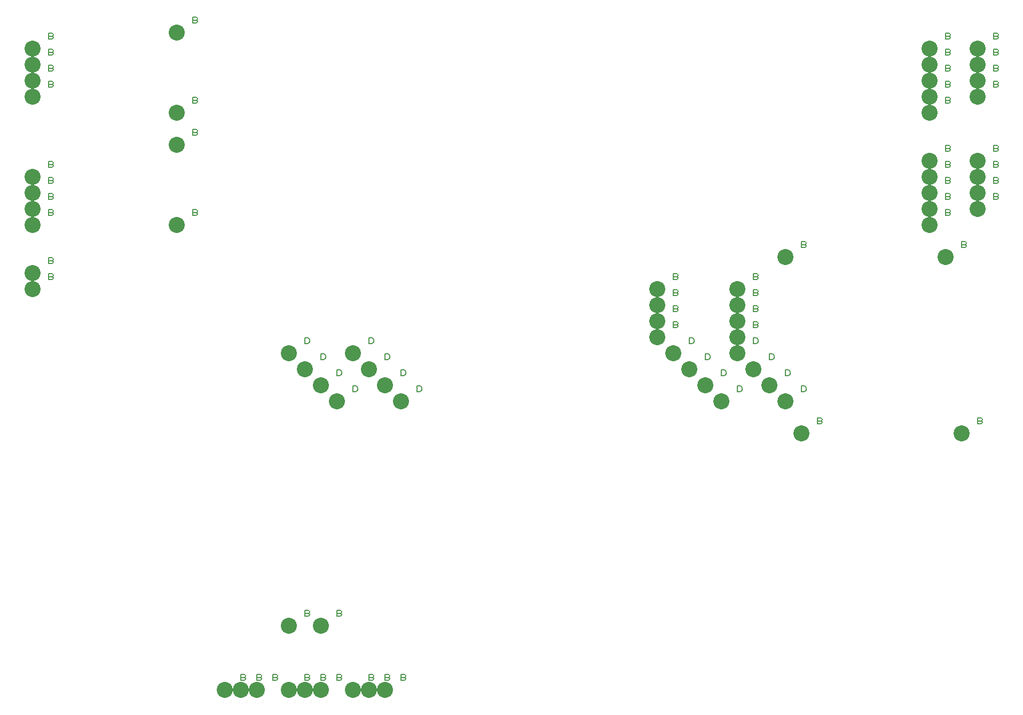
<source format=gbr>
G04 DesignSpark PCB Gerber Version 12.0 Build 5941*
G04 #@! TF.Part,Single*
G04 #@! TF.FileFunction,Drillmap*
G04 #@! TF.FilePolarity,Positive*
%FSLAX35Y35*%
%MOIN*%
%ADD19C,0.00500*%
G04 #@! TA.AperFunction,WasherPad*
%ADD18C,0.10000*%
G04 #@! TD.AperFunction*
X0Y0D02*
D02*
D18*
X20250Y270250D03*
Y280250D03*
Y310250D03*
Y320250D03*
Y330250D03*
Y340250D03*
Y390250D03*
Y400250D03*
Y410250D03*
Y420250D03*
X110250Y310250D03*
Y360250D03*
Y380250D03*
Y430250D03*
X140250Y20250D03*
X150250D03*
X160250D03*
X180250D03*
Y60250D03*
Y230250D03*
X190250Y20250D03*
Y220250D03*
X200250Y20250D03*
Y60250D03*
Y210250D03*
X210250Y200250D03*
X220250Y20250D03*
Y230250D03*
X230250Y20250D03*
Y220250D03*
X240250Y20250D03*
Y210250D03*
X250250Y200250D03*
X410250Y240250D03*
Y250250D03*
Y260250D03*
Y270250D03*
X420250Y230250D03*
X430250Y220250D03*
X440250Y210250D03*
X450250Y200250D03*
X460250Y230250D03*
Y240250D03*
Y250250D03*
Y260250D03*
Y270250D03*
X470250Y220250D03*
X480250Y210250D03*
X490250Y200250D03*
Y290250D03*
X500250Y180250D03*
X580250Y310250D03*
Y320250D03*
Y330250D03*
Y340250D03*
Y350250D03*
Y380250D03*
Y390250D03*
Y400250D03*
Y410250D03*
Y420250D03*
X590250Y290250D03*
X600250Y180250D03*
X610250Y320250D03*
Y330250D03*
Y340250D03*
Y350250D03*
Y390250D03*
Y400250D03*
Y410250D03*
Y420250D03*
D02*
D19*
X32437Y278063D02*
X33063Y277750D01*
X33375Y277125D01*
X33063Y276500D01*
X32437Y276187D01*
X30250D01*
Y279937D01*
X32437D01*
X33063Y279625D01*
X33375Y279000D01*
X33063Y278375D01*
X32437Y278063D01*
X30250D01*
X32437Y288063D02*
X33063Y287750D01*
X33375Y287125D01*
X33063Y286500D01*
X32437Y286187D01*
X30250D01*
Y289937D01*
X32437D01*
X33063Y289625D01*
X33375Y289000D01*
X33063Y288375D01*
X32437Y288063D01*
X30250D01*
X32437Y318063D02*
X33063Y317750D01*
X33375Y317125D01*
X33063Y316500D01*
X32437Y316187D01*
X30250D01*
Y319937D01*
X32437D01*
X33063Y319625D01*
X33375Y319000D01*
X33063Y318375D01*
X32437Y318063D01*
X30250D01*
X32437Y328063D02*
X33063Y327750D01*
X33375Y327125D01*
X33063Y326500D01*
X32437Y326187D01*
X30250D01*
Y329937D01*
X32437D01*
X33063Y329625D01*
X33375Y329000D01*
X33063Y328375D01*
X32437Y328063D01*
X30250D01*
X32437Y338063D02*
X33063Y337750D01*
X33375Y337125D01*
X33063Y336500D01*
X32437Y336187D01*
X30250D01*
Y339937D01*
X32437D01*
X33063Y339625D01*
X33375Y339000D01*
X33063Y338375D01*
X32437Y338063D01*
X30250D01*
X32437Y348063D02*
X33063Y347750D01*
X33375Y347125D01*
X33063Y346500D01*
X32437Y346187D01*
X30250D01*
Y349937D01*
X32437D01*
X33063Y349625D01*
X33375Y349000D01*
X33063Y348375D01*
X32437Y348063D01*
X30250D01*
X32437Y398063D02*
X33063Y397750D01*
X33375Y397125D01*
X33063Y396500D01*
X32437Y396187D01*
X30250D01*
Y399937D01*
X32437D01*
X33063Y399625D01*
X33375Y399000D01*
X33063Y398375D01*
X32437Y398063D01*
X30250D01*
X32437Y408063D02*
X33063Y407750D01*
X33375Y407125D01*
X33063Y406500D01*
X32437Y406187D01*
X30250D01*
Y409937D01*
X32437D01*
X33063Y409625D01*
X33375Y409000D01*
X33063Y408375D01*
X32437Y408063D01*
X30250D01*
X32437Y418063D02*
X33063Y417750D01*
X33375Y417125D01*
X33063Y416500D01*
X32437Y416187D01*
X30250D01*
Y419937D01*
X32437D01*
X33063Y419625D01*
X33375Y419000D01*
X33063Y418375D01*
X32437Y418063D01*
X30250D01*
X32437Y428063D02*
X33063Y427750D01*
X33375Y427125D01*
X33063Y426500D01*
X32437Y426187D01*
X30250D01*
Y429937D01*
X32437D01*
X33063Y429625D01*
X33375Y429000D01*
X33063Y428375D01*
X32437Y428063D01*
X30250D01*
X122437Y318063D02*
X123063Y317750D01*
X123375Y317125D01*
X123063Y316500D01*
X122437Y316187D01*
X120250D01*
Y319937D01*
X122437D01*
X123063Y319625D01*
X123375Y319000D01*
X123063Y318375D01*
X122437Y318063D01*
X120250D01*
X122437Y368063D02*
X123063Y367750D01*
X123375Y367125D01*
X123063Y366500D01*
X122437Y366187D01*
X120250D01*
Y369937D01*
X122437D01*
X123063Y369625D01*
X123375Y369000D01*
X123063Y368375D01*
X122437Y368063D01*
X120250D01*
X122437Y388063D02*
X123063Y387750D01*
X123375Y387125D01*
X123063Y386500D01*
X122437Y386187D01*
X120250D01*
Y389937D01*
X122437D01*
X123063Y389625D01*
X123375Y389000D01*
X123063Y388375D01*
X122437Y388063D01*
X120250D01*
X122437Y438063D02*
X123063Y437750D01*
X123375Y437125D01*
X123063Y436500D01*
X122437Y436187D01*
X120250D01*
Y439937D01*
X122437D01*
X123063Y439625D01*
X123375Y439000D01*
X123063Y438375D01*
X122437Y438063D01*
X120250D01*
X152437Y28063D02*
X153063Y27750D01*
X153375Y27125D01*
X153063Y26500D01*
X152437Y26187D01*
X150250D01*
Y29937D01*
X152437D01*
X153063Y29625D01*
X153375Y29000D01*
X153063Y28375D01*
X152437Y28063D01*
X150250D01*
X162437D02*
X163063Y27750D01*
X163375Y27125D01*
X163063Y26500D01*
X162437Y26187D01*
X160250D01*
Y29937D01*
X162437D01*
X163063Y29625D01*
X163375Y29000D01*
X163063Y28375D01*
X162437Y28063D01*
X160250D01*
X172437D02*
X173063Y27750D01*
X173375Y27125D01*
X173063Y26500D01*
X172437Y26187D01*
X170250D01*
Y29937D01*
X172437D01*
X173063Y29625D01*
X173375Y29000D01*
X173063Y28375D01*
X172437Y28063D01*
X170250D01*
X192437D02*
X193063Y27750D01*
X193375Y27125D01*
X193063Y26500D01*
X192437Y26187D01*
X190250D01*
Y29937D01*
X192437D01*
X193063Y29625D01*
X193375Y29000D01*
X193063Y28375D01*
X192437Y28063D01*
X190250D01*
X192437Y68063D02*
X193063Y67750D01*
X193375Y67125D01*
X193063Y66500D01*
X192437Y66187D01*
X190250D01*
Y69937D01*
X192437D01*
X193063Y69625D01*
X193375Y69000D01*
X193063Y68375D01*
X192437Y68063D01*
X190250D01*
Y236187D02*
Y239937D01*
X192125D01*
X192750Y239625D01*
X193063Y239313D01*
X193375Y238687D01*
Y237437D01*
X193063Y236813D01*
X192750Y236500D01*
X192125Y236187D01*
X190250D01*
X202437Y28063D02*
X203063Y27750D01*
X203375Y27125D01*
X203063Y26500D01*
X202437Y26187D01*
X200250D01*
Y29937D01*
X202437D01*
X203063Y29625D01*
X203375Y29000D01*
X203063Y28375D01*
X202437Y28063D01*
X200250D01*
Y226187D02*
Y229937D01*
X202125D01*
X202750Y229625D01*
X203063Y229313D01*
X203375Y228687D01*
Y227437D01*
X203063Y226813D01*
X202750Y226500D01*
X202125Y226187D01*
X200250D01*
X212437Y28063D02*
X213063Y27750D01*
X213375Y27125D01*
X213063Y26500D01*
X212437Y26187D01*
X210250D01*
Y29937D01*
X212437D01*
X213063Y29625D01*
X213375Y29000D01*
X213063Y28375D01*
X212437Y28063D01*
X210250D01*
X212437Y68063D02*
X213063Y67750D01*
X213375Y67125D01*
X213063Y66500D01*
X212437Y66187D01*
X210250D01*
Y69937D01*
X212437D01*
X213063Y69625D01*
X213375Y69000D01*
X213063Y68375D01*
X212437Y68063D01*
X210250D01*
Y216187D02*
Y219937D01*
X212125D01*
X212750Y219625D01*
X213063Y219313D01*
X213375Y218687D01*
Y217437D01*
X213063Y216813D01*
X212750Y216500D01*
X212125Y216187D01*
X210250D01*
X220250Y206187D02*
Y209937D01*
X222125D01*
X222750Y209625D01*
X223063Y209313D01*
X223375Y208687D01*
Y207437D01*
X223063Y206813D01*
X222750Y206500D01*
X222125Y206187D01*
X220250D01*
X232437Y28063D02*
X233063Y27750D01*
X233375Y27125D01*
X233063Y26500D01*
X232437Y26187D01*
X230250D01*
Y29937D01*
X232437D01*
X233063Y29625D01*
X233375Y29000D01*
X233063Y28375D01*
X232437Y28063D01*
X230250D01*
Y236187D02*
Y239937D01*
X232125D01*
X232750Y239625D01*
X233063Y239313D01*
X233375Y238687D01*
Y237437D01*
X233063Y236813D01*
X232750Y236500D01*
X232125Y236187D01*
X230250D01*
X242437Y28063D02*
X243063Y27750D01*
X243375Y27125D01*
X243063Y26500D01*
X242437Y26187D01*
X240250D01*
Y29937D01*
X242437D01*
X243063Y29625D01*
X243375Y29000D01*
X243063Y28375D01*
X242437Y28063D01*
X240250D01*
Y226187D02*
Y229937D01*
X242125D01*
X242750Y229625D01*
X243063Y229313D01*
X243375Y228687D01*
Y227437D01*
X243063Y226813D01*
X242750Y226500D01*
X242125Y226187D01*
X240250D01*
X252437Y28063D02*
X253063Y27750D01*
X253375Y27125D01*
X253063Y26500D01*
X252437Y26187D01*
X250250D01*
Y29937D01*
X252437D01*
X253063Y29625D01*
X253375Y29000D01*
X253063Y28375D01*
X252437Y28063D01*
X250250D01*
Y216187D02*
Y219937D01*
X252125D01*
X252750Y219625D01*
X253063Y219313D01*
X253375Y218687D01*
Y217437D01*
X253063Y216813D01*
X252750Y216500D01*
X252125Y216187D01*
X250250D01*
X260250Y206187D02*
Y209937D01*
X262125D01*
X262750Y209625D01*
X263063Y209313D01*
X263375Y208687D01*
Y207437D01*
X263063Y206813D01*
X262750Y206500D01*
X262125Y206187D01*
X260250D01*
X422437Y248063D02*
X423063Y247750D01*
X423375Y247125D01*
X423063Y246500D01*
X422437Y246187D01*
X420250D01*
Y249937D01*
X422437D01*
X423063Y249625D01*
X423375Y249000D01*
X423063Y248375D01*
X422437Y248063D01*
X420250D01*
X422437Y258063D02*
X423063Y257750D01*
X423375Y257125D01*
X423063Y256500D01*
X422437Y256187D01*
X420250D01*
Y259937D01*
X422437D01*
X423063Y259625D01*
X423375Y259000D01*
X423063Y258375D01*
X422437Y258063D01*
X420250D01*
X422437Y268063D02*
X423063Y267750D01*
X423375Y267125D01*
X423063Y266500D01*
X422437Y266187D01*
X420250D01*
Y269937D01*
X422437D01*
X423063Y269625D01*
X423375Y269000D01*
X423063Y268375D01*
X422437Y268063D01*
X420250D01*
X422437Y278063D02*
X423063Y277750D01*
X423375Y277125D01*
X423063Y276500D01*
X422437Y276187D01*
X420250D01*
Y279937D01*
X422437D01*
X423063Y279625D01*
X423375Y279000D01*
X423063Y278375D01*
X422437Y278063D01*
X420250D01*
X430250Y236187D02*
Y239937D01*
X432125D01*
X432750Y239625D01*
X433063Y239313D01*
X433375Y238687D01*
Y237437D01*
X433063Y236813D01*
X432750Y236500D01*
X432125Y236187D01*
X430250D01*
X440250Y226187D02*
Y229937D01*
X442125D01*
X442750Y229625D01*
X443063Y229313D01*
X443375Y228687D01*
Y227437D01*
X443063Y226813D01*
X442750Y226500D01*
X442125Y226187D01*
X440250D01*
X450250Y216187D02*
Y219937D01*
X452125D01*
X452750Y219625D01*
X453063Y219313D01*
X453375Y218687D01*
Y217437D01*
X453063Y216813D01*
X452750Y216500D01*
X452125Y216187D01*
X450250D01*
X460250Y206187D02*
Y209937D01*
X462125D01*
X462750Y209625D01*
X463063Y209313D01*
X463375Y208687D01*
Y207437D01*
X463063Y206813D01*
X462750Y206500D01*
X462125Y206187D01*
X460250D01*
X470250Y236187D02*
Y239937D01*
X472125D01*
X472750Y239625D01*
X473063Y239313D01*
X473375Y238687D01*
Y237437D01*
X473063Y236813D01*
X472750Y236500D01*
X472125Y236187D01*
X470250D01*
X472437Y248063D02*
X473063Y247750D01*
X473375Y247125D01*
X473063Y246500D01*
X472437Y246187D01*
X470250D01*
Y249937D01*
X472437D01*
X473063Y249625D01*
X473375Y249000D01*
X473063Y248375D01*
X472437Y248063D01*
X470250D01*
X472437Y258063D02*
X473063Y257750D01*
X473375Y257125D01*
X473063Y256500D01*
X472437Y256187D01*
X470250D01*
Y259937D01*
X472437D01*
X473063Y259625D01*
X473375Y259000D01*
X473063Y258375D01*
X472437Y258063D01*
X470250D01*
X472437Y268063D02*
X473063Y267750D01*
X473375Y267125D01*
X473063Y266500D01*
X472437Y266187D01*
X470250D01*
Y269937D01*
X472437D01*
X473063Y269625D01*
X473375Y269000D01*
X473063Y268375D01*
X472437Y268063D01*
X470250D01*
X472437Y278063D02*
X473063Y277750D01*
X473375Y277125D01*
X473063Y276500D01*
X472437Y276187D01*
X470250D01*
Y279937D01*
X472437D01*
X473063Y279625D01*
X473375Y279000D01*
X473063Y278375D01*
X472437Y278063D01*
X470250D01*
X480250Y226187D02*
Y229937D01*
X482125D01*
X482750Y229625D01*
X483063Y229313D01*
X483375Y228687D01*
Y227437D01*
X483063Y226813D01*
X482750Y226500D01*
X482125Y226187D01*
X480250D01*
X490250Y216187D02*
Y219937D01*
X492125D01*
X492750Y219625D01*
X493063Y219313D01*
X493375Y218687D01*
Y217437D01*
X493063Y216813D01*
X492750Y216500D01*
X492125Y216187D01*
X490250D01*
X500250Y206187D02*
Y209937D01*
X502125D01*
X502750Y209625D01*
X503063Y209313D01*
X503375Y208687D01*
Y207437D01*
X503063Y206813D01*
X502750Y206500D01*
X502125Y206187D01*
X500250D01*
X502437Y298063D02*
X503063Y297750D01*
X503375Y297125D01*
X503063Y296500D01*
X502437Y296187D01*
X500250D01*
Y299937D01*
X502437D01*
X503063Y299625D01*
X503375Y299000D01*
X503063Y298375D01*
X502437Y298063D01*
X500250D01*
X512437Y188063D02*
X513063Y187750D01*
X513375Y187125D01*
X513063Y186500D01*
X512437Y186187D01*
X510250D01*
Y189937D01*
X512437D01*
X513063Y189625D01*
X513375Y189000D01*
X513063Y188375D01*
X512437Y188063D01*
X510250D01*
X592437Y318063D02*
X593063Y317750D01*
X593375Y317125D01*
X593063Y316500D01*
X592437Y316187D01*
X590250D01*
Y319937D01*
X592437D01*
X593063Y319625D01*
X593375Y319000D01*
X593063Y318375D01*
X592437Y318063D01*
X590250D01*
X592437Y328063D02*
X593063Y327750D01*
X593375Y327125D01*
X593063Y326500D01*
X592437Y326187D01*
X590250D01*
Y329937D01*
X592437D01*
X593063Y329625D01*
X593375Y329000D01*
X593063Y328375D01*
X592437Y328063D01*
X590250D01*
X592437Y338063D02*
X593063Y337750D01*
X593375Y337125D01*
X593063Y336500D01*
X592437Y336187D01*
X590250D01*
Y339937D01*
X592437D01*
X593063Y339625D01*
X593375Y339000D01*
X593063Y338375D01*
X592437Y338063D01*
X590250D01*
X592437Y348063D02*
X593063Y347750D01*
X593375Y347125D01*
X593063Y346500D01*
X592437Y346187D01*
X590250D01*
Y349937D01*
X592437D01*
X593063Y349625D01*
X593375Y349000D01*
X593063Y348375D01*
X592437Y348063D01*
X590250D01*
X592437Y358063D02*
X593063Y357750D01*
X593375Y357125D01*
X593063Y356500D01*
X592437Y356187D01*
X590250D01*
Y359937D01*
X592437D01*
X593063Y359625D01*
X593375Y359000D01*
X593063Y358375D01*
X592437Y358063D01*
X590250D01*
X592437Y388063D02*
X593063Y387750D01*
X593375Y387125D01*
X593063Y386500D01*
X592437Y386187D01*
X590250D01*
Y389937D01*
X592437D01*
X593063Y389625D01*
X593375Y389000D01*
X593063Y388375D01*
X592437Y388063D01*
X590250D01*
X592437Y398063D02*
X593063Y397750D01*
X593375Y397125D01*
X593063Y396500D01*
X592437Y396187D01*
X590250D01*
Y399937D01*
X592437D01*
X593063Y399625D01*
X593375Y399000D01*
X593063Y398375D01*
X592437Y398063D01*
X590250D01*
X592437Y408063D02*
X593063Y407750D01*
X593375Y407125D01*
X593063Y406500D01*
X592437Y406187D01*
X590250D01*
Y409937D01*
X592437D01*
X593063Y409625D01*
X593375Y409000D01*
X593063Y408375D01*
X592437Y408063D01*
X590250D01*
X592437Y418063D02*
X593063Y417750D01*
X593375Y417125D01*
X593063Y416500D01*
X592437Y416187D01*
X590250D01*
Y419937D01*
X592437D01*
X593063Y419625D01*
X593375Y419000D01*
X593063Y418375D01*
X592437Y418063D01*
X590250D01*
X592437Y428063D02*
X593063Y427750D01*
X593375Y427125D01*
X593063Y426500D01*
X592437Y426187D01*
X590250D01*
Y429937D01*
X592437D01*
X593063Y429625D01*
X593375Y429000D01*
X593063Y428375D01*
X592437Y428063D01*
X590250D01*
X602437Y298063D02*
X603063Y297750D01*
X603375Y297125D01*
X603063Y296500D01*
X602437Y296187D01*
X600250D01*
Y299937D01*
X602437D01*
X603063Y299625D01*
X603375Y299000D01*
X603063Y298375D01*
X602437Y298063D01*
X600250D01*
X612437Y188063D02*
X613063Y187750D01*
X613375Y187125D01*
X613063Y186500D01*
X612437Y186187D01*
X610250D01*
Y189937D01*
X612437D01*
X613063Y189625D01*
X613375Y189000D01*
X613063Y188375D01*
X612437Y188063D01*
X610250D01*
X622437Y328063D02*
X623063Y327750D01*
X623375Y327125D01*
X623063Y326500D01*
X622437Y326187D01*
X620250D01*
Y329937D01*
X622437D01*
X623063Y329625D01*
X623375Y329000D01*
X623063Y328375D01*
X622437Y328063D01*
X620250D01*
X622437Y338063D02*
X623063Y337750D01*
X623375Y337125D01*
X623063Y336500D01*
X622437Y336187D01*
X620250D01*
Y339937D01*
X622437D01*
X623063Y339625D01*
X623375Y339000D01*
X623063Y338375D01*
X622437Y338063D01*
X620250D01*
X622437Y348063D02*
X623063Y347750D01*
X623375Y347125D01*
X623063Y346500D01*
X622437Y346187D01*
X620250D01*
Y349937D01*
X622437D01*
X623063Y349625D01*
X623375Y349000D01*
X623063Y348375D01*
X622437Y348063D01*
X620250D01*
X622437Y358063D02*
X623063Y357750D01*
X623375Y357125D01*
X623063Y356500D01*
X622437Y356187D01*
X620250D01*
Y359937D01*
X622437D01*
X623063Y359625D01*
X623375Y359000D01*
X623063Y358375D01*
X622437Y358063D01*
X620250D01*
X622437Y398063D02*
X623063Y397750D01*
X623375Y397125D01*
X623063Y396500D01*
X622437Y396187D01*
X620250D01*
Y399937D01*
X622437D01*
X623063Y399625D01*
X623375Y399000D01*
X623063Y398375D01*
X622437Y398063D01*
X620250D01*
X622437Y408063D02*
X623063Y407750D01*
X623375Y407125D01*
X623063Y406500D01*
X622437Y406187D01*
X620250D01*
Y409937D01*
X622437D01*
X623063Y409625D01*
X623375Y409000D01*
X623063Y408375D01*
X622437Y408063D01*
X620250D01*
X622437Y418063D02*
X623063Y417750D01*
X623375Y417125D01*
X623063Y416500D01*
X622437Y416187D01*
X620250D01*
Y419937D01*
X622437D01*
X623063Y419625D01*
X623375Y419000D01*
X623063Y418375D01*
X622437Y418063D01*
X620250D01*
X622437Y428063D02*
X623063Y427750D01*
X623375Y427125D01*
X623063Y426500D01*
X622437Y426187D01*
X620250D01*
Y429937D01*
X622437D01*
X623063Y429625D01*
X623375Y429000D01*
X623063Y428375D01*
X622437Y428063D01*
X620250D01*
X0Y0D02*
M02*

</source>
